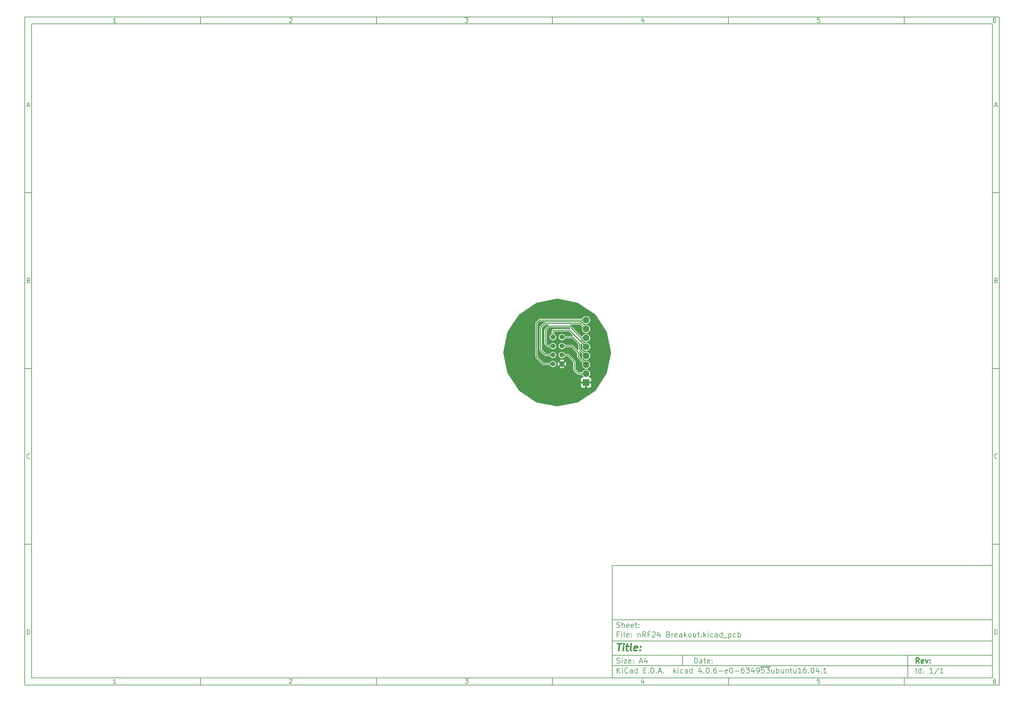
<source format=gtl>
G04 #@! TF.FileFunction,Copper,L1,Top,Signal*
%FSLAX46Y46*%
G04 Gerber Fmt 4.6, Leading zero omitted, Abs format (unit mm)*
G04 Created by KiCad (PCBNEW 4.0.6-e0-6349~53~ubuntu16.04.1) date Wed Jun 21 09:44:30 2017*
%MOMM*%
%LPD*%
G01*
G04 APERTURE LIST*
%ADD10C,0.100000*%
%ADD11C,0.150000*%
%ADD12C,0.300000*%
%ADD13C,0.400000*%
%ADD14R,1.879600X1.879600*%
%ADD15C,1.879600*%
%ADD16C,1.408000*%
%ADD17C,0.250000*%
%ADD18C,0.254000*%
G04 APERTURE END LIST*
D10*
D11*
X177002200Y-166007200D02*
X177002200Y-198007200D01*
X285002200Y-198007200D01*
X285002200Y-166007200D01*
X177002200Y-166007200D01*
D10*
D11*
X10000000Y-10000000D02*
X10000000Y-200007200D01*
X287002200Y-200007200D01*
X287002200Y-10000000D01*
X10000000Y-10000000D01*
D10*
D11*
X12000000Y-12000000D02*
X12000000Y-198007200D01*
X285002200Y-198007200D01*
X285002200Y-12000000D01*
X12000000Y-12000000D01*
D10*
D11*
X60000000Y-12000000D02*
X60000000Y-10000000D01*
D10*
D11*
X110000000Y-12000000D02*
X110000000Y-10000000D01*
D10*
D11*
X160000000Y-12000000D02*
X160000000Y-10000000D01*
D10*
D11*
X210000000Y-12000000D02*
X210000000Y-10000000D01*
D10*
D11*
X260000000Y-12000000D02*
X260000000Y-10000000D01*
D10*
D11*
X35990476Y-11588095D02*
X35247619Y-11588095D01*
X35619048Y-11588095D02*
X35619048Y-10288095D01*
X35495238Y-10473810D01*
X35371429Y-10597619D01*
X35247619Y-10659524D01*
D10*
D11*
X85247619Y-10411905D02*
X85309524Y-10350000D01*
X85433333Y-10288095D01*
X85742857Y-10288095D01*
X85866667Y-10350000D01*
X85928571Y-10411905D01*
X85990476Y-10535714D01*
X85990476Y-10659524D01*
X85928571Y-10845238D01*
X85185714Y-11588095D01*
X85990476Y-11588095D01*
D10*
D11*
X135185714Y-10288095D02*
X135990476Y-10288095D01*
X135557143Y-10783333D01*
X135742857Y-10783333D01*
X135866667Y-10845238D01*
X135928571Y-10907143D01*
X135990476Y-11030952D01*
X135990476Y-11340476D01*
X135928571Y-11464286D01*
X135866667Y-11526190D01*
X135742857Y-11588095D01*
X135371429Y-11588095D01*
X135247619Y-11526190D01*
X135185714Y-11464286D01*
D10*
D11*
X185866667Y-10721429D02*
X185866667Y-11588095D01*
X185557143Y-10226190D02*
X185247619Y-11154762D01*
X186052381Y-11154762D01*
D10*
D11*
X235928571Y-10288095D02*
X235309524Y-10288095D01*
X235247619Y-10907143D01*
X235309524Y-10845238D01*
X235433333Y-10783333D01*
X235742857Y-10783333D01*
X235866667Y-10845238D01*
X235928571Y-10907143D01*
X235990476Y-11030952D01*
X235990476Y-11340476D01*
X235928571Y-11464286D01*
X235866667Y-11526190D01*
X235742857Y-11588095D01*
X235433333Y-11588095D01*
X235309524Y-11526190D01*
X235247619Y-11464286D01*
D10*
D11*
X285866667Y-10288095D02*
X285619048Y-10288095D01*
X285495238Y-10350000D01*
X285433333Y-10411905D01*
X285309524Y-10597619D01*
X285247619Y-10845238D01*
X285247619Y-11340476D01*
X285309524Y-11464286D01*
X285371429Y-11526190D01*
X285495238Y-11588095D01*
X285742857Y-11588095D01*
X285866667Y-11526190D01*
X285928571Y-11464286D01*
X285990476Y-11340476D01*
X285990476Y-11030952D01*
X285928571Y-10907143D01*
X285866667Y-10845238D01*
X285742857Y-10783333D01*
X285495238Y-10783333D01*
X285371429Y-10845238D01*
X285309524Y-10907143D01*
X285247619Y-11030952D01*
D10*
D11*
X60000000Y-198007200D02*
X60000000Y-200007200D01*
D10*
D11*
X110000000Y-198007200D02*
X110000000Y-200007200D01*
D10*
D11*
X160000000Y-198007200D02*
X160000000Y-200007200D01*
D10*
D11*
X210000000Y-198007200D02*
X210000000Y-200007200D01*
D10*
D11*
X260000000Y-198007200D02*
X260000000Y-200007200D01*
D10*
D11*
X35990476Y-199595295D02*
X35247619Y-199595295D01*
X35619048Y-199595295D02*
X35619048Y-198295295D01*
X35495238Y-198481010D01*
X35371429Y-198604819D01*
X35247619Y-198666724D01*
D10*
D11*
X85247619Y-198419105D02*
X85309524Y-198357200D01*
X85433333Y-198295295D01*
X85742857Y-198295295D01*
X85866667Y-198357200D01*
X85928571Y-198419105D01*
X85990476Y-198542914D01*
X85990476Y-198666724D01*
X85928571Y-198852438D01*
X85185714Y-199595295D01*
X85990476Y-199595295D01*
D10*
D11*
X135185714Y-198295295D02*
X135990476Y-198295295D01*
X135557143Y-198790533D01*
X135742857Y-198790533D01*
X135866667Y-198852438D01*
X135928571Y-198914343D01*
X135990476Y-199038152D01*
X135990476Y-199347676D01*
X135928571Y-199471486D01*
X135866667Y-199533390D01*
X135742857Y-199595295D01*
X135371429Y-199595295D01*
X135247619Y-199533390D01*
X135185714Y-199471486D01*
D10*
D11*
X185866667Y-198728629D02*
X185866667Y-199595295D01*
X185557143Y-198233390D02*
X185247619Y-199161962D01*
X186052381Y-199161962D01*
D10*
D11*
X235928571Y-198295295D02*
X235309524Y-198295295D01*
X235247619Y-198914343D01*
X235309524Y-198852438D01*
X235433333Y-198790533D01*
X235742857Y-198790533D01*
X235866667Y-198852438D01*
X235928571Y-198914343D01*
X235990476Y-199038152D01*
X235990476Y-199347676D01*
X235928571Y-199471486D01*
X235866667Y-199533390D01*
X235742857Y-199595295D01*
X235433333Y-199595295D01*
X235309524Y-199533390D01*
X235247619Y-199471486D01*
D10*
D11*
X285866667Y-198295295D02*
X285619048Y-198295295D01*
X285495238Y-198357200D01*
X285433333Y-198419105D01*
X285309524Y-198604819D01*
X285247619Y-198852438D01*
X285247619Y-199347676D01*
X285309524Y-199471486D01*
X285371429Y-199533390D01*
X285495238Y-199595295D01*
X285742857Y-199595295D01*
X285866667Y-199533390D01*
X285928571Y-199471486D01*
X285990476Y-199347676D01*
X285990476Y-199038152D01*
X285928571Y-198914343D01*
X285866667Y-198852438D01*
X285742857Y-198790533D01*
X285495238Y-198790533D01*
X285371429Y-198852438D01*
X285309524Y-198914343D01*
X285247619Y-199038152D01*
D10*
D11*
X10000000Y-60000000D02*
X12000000Y-60000000D01*
D10*
D11*
X10000000Y-110000000D02*
X12000000Y-110000000D01*
D10*
D11*
X10000000Y-160000000D02*
X12000000Y-160000000D01*
D10*
D11*
X10690476Y-35216667D02*
X11309524Y-35216667D01*
X10566667Y-35588095D02*
X11000000Y-34288095D01*
X11433333Y-35588095D01*
D10*
D11*
X11092857Y-84907143D02*
X11278571Y-84969048D01*
X11340476Y-85030952D01*
X11402381Y-85154762D01*
X11402381Y-85340476D01*
X11340476Y-85464286D01*
X11278571Y-85526190D01*
X11154762Y-85588095D01*
X10659524Y-85588095D01*
X10659524Y-84288095D01*
X11092857Y-84288095D01*
X11216667Y-84350000D01*
X11278571Y-84411905D01*
X11340476Y-84535714D01*
X11340476Y-84659524D01*
X11278571Y-84783333D01*
X11216667Y-84845238D01*
X11092857Y-84907143D01*
X10659524Y-84907143D01*
D10*
D11*
X11402381Y-135464286D02*
X11340476Y-135526190D01*
X11154762Y-135588095D01*
X11030952Y-135588095D01*
X10845238Y-135526190D01*
X10721429Y-135402381D01*
X10659524Y-135278571D01*
X10597619Y-135030952D01*
X10597619Y-134845238D01*
X10659524Y-134597619D01*
X10721429Y-134473810D01*
X10845238Y-134350000D01*
X11030952Y-134288095D01*
X11154762Y-134288095D01*
X11340476Y-134350000D01*
X11402381Y-134411905D01*
D10*
D11*
X10659524Y-185588095D02*
X10659524Y-184288095D01*
X10969048Y-184288095D01*
X11154762Y-184350000D01*
X11278571Y-184473810D01*
X11340476Y-184597619D01*
X11402381Y-184845238D01*
X11402381Y-185030952D01*
X11340476Y-185278571D01*
X11278571Y-185402381D01*
X11154762Y-185526190D01*
X10969048Y-185588095D01*
X10659524Y-185588095D01*
D10*
D11*
X287002200Y-60000000D02*
X285002200Y-60000000D01*
D10*
D11*
X287002200Y-110000000D02*
X285002200Y-110000000D01*
D10*
D11*
X287002200Y-160000000D02*
X285002200Y-160000000D01*
D10*
D11*
X285692676Y-35216667D02*
X286311724Y-35216667D01*
X285568867Y-35588095D02*
X286002200Y-34288095D01*
X286435533Y-35588095D01*
D10*
D11*
X286095057Y-84907143D02*
X286280771Y-84969048D01*
X286342676Y-85030952D01*
X286404581Y-85154762D01*
X286404581Y-85340476D01*
X286342676Y-85464286D01*
X286280771Y-85526190D01*
X286156962Y-85588095D01*
X285661724Y-85588095D01*
X285661724Y-84288095D01*
X286095057Y-84288095D01*
X286218867Y-84350000D01*
X286280771Y-84411905D01*
X286342676Y-84535714D01*
X286342676Y-84659524D01*
X286280771Y-84783333D01*
X286218867Y-84845238D01*
X286095057Y-84907143D01*
X285661724Y-84907143D01*
D10*
D11*
X286404581Y-135464286D02*
X286342676Y-135526190D01*
X286156962Y-135588095D01*
X286033152Y-135588095D01*
X285847438Y-135526190D01*
X285723629Y-135402381D01*
X285661724Y-135278571D01*
X285599819Y-135030952D01*
X285599819Y-134845238D01*
X285661724Y-134597619D01*
X285723629Y-134473810D01*
X285847438Y-134350000D01*
X286033152Y-134288095D01*
X286156962Y-134288095D01*
X286342676Y-134350000D01*
X286404581Y-134411905D01*
D10*
D11*
X285661724Y-185588095D02*
X285661724Y-184288095D01*
X285971248Y-184288095D01*
X286156962Y-184350000D01*
X286280771Y-184473810D01*
X286342676Y-184597619D01*
X286404581Y-184845238D01*
X286404581Y-185030952D01*
X286342676Y-185278571D01*
X286280771Y-185402381D01*
X286156962Y-185526190D01*
X285971248Y-185588095D01*
X285661724Y-185588095D01*
D10*
D11*
X200359343Y-193785771D02*
X200359343Y-192285771D01*
X200716486Y-192285771D01*
X200930771Y-192357200D01*
X201073629Y-192500057D01*
X201145057Y-192642914D01*
X201216486Y-192928629D01*
X201216486Y-193142914D01*
X201145057Y-193428629D01*
X201073629Y-193571486D01*
X200930771Y-193714343D01*
X200716486Y-193785771D01*
X200359343Y-193785771D01*
X202502200Y-193785771D02*
X202502200Y-193000057D01*
X202430771Y-192857200D01*
X202287914Y-192785771D01*
X202002200Y-192785771D01*
X201859343Y-192857200D01*
X202502200Y-193714343D02*
X202359343Y-193785771D01*
X202002200Y-193785771D01*
X201859343Y-193714343D01*
X201787914Y-193571486D01*
X201787914Y-193428629D01*
X201859343Y-193285771D01*
X202002200Y-193214343D01*
X202359343Y-193214343D01*
X202502200Y-193142914D01*
X203002200Y-192785771D02*
X203573629Y-192785771D01*
X203216486Y-192285771D02*
X203216486Y-193571486D01*
X203287914Y-193714343D01*
X203430772Y-193785771D01*
X203573629Y-193785771D01*
X204645057Y-193714343D02*
X204502200Y-193785771D01*
X204216486Y-193785771D01*
X204073629Y-193714343D01*
X204002200Y-193571486D01*
X204002200Y-193000057D01*
X204073629Y-192857200D01*
X204216486Y-192785771D01*
X204502200Y-192785771D01*
X204645057Y-192857200D01*
X204716486Y-193000057D01*
X204716486Y-193142914D01*
X204002200Y-193285771D01*
X205359343Y-193642914D02*
X205430771Y-193714343D01*
X205359343Y-193785771D01*
X205287914Y-193714343D01*
X205359343Y-193642914D01*
X205359343Y-193785771D01*
X205359343Y-192857200D02*
X205430771Y-192928629D01*
X205359343Y-193000057D01*
X205287914Y-192928629D01*
X205359343Y-192857200D01*
X205359343Y-193000057D01*
D10*
D11*
X177002200Y-194507200D02*
X285002200Y-194507200D01*
D10*
D11*
X178359343Y-196585771D02*
X178359343Y-195085771D01*
X179216486Y-196585771D02*
X178573629Y-195728629D01*
X179216486Y-195085771D02*
X178359343Y-195942914D01*
X179859343Y-196585771D02*
X179859343Y-195585771D01*
X179859343Y-195085771D02*
X179787914Y-195157200D01*
X179859343Y-195228629D01*
X179930771Y-195157200D01*
X179859343Y-195085771D01*
X179859343Y-195228629D01*
X181430772Y-196442914D02*
X181359343Y-196514343D01*
X181145057Y-196585771D01*
X181002200Y-196585771D01*
X180787915Y-196514343D01*
X180645057Y-196371486D01*
X180573629Y-196228629D01*
X180502200Y-195942914D01*
X180502200Y-195728629D01*
X180573629Y-195442914D01*
X180645057Y-195300057D01*
X180787915Y-195157200D01*
X181002200Y-195085771D01*
X181145057Y-195085771D01*
X181359343Y-195157200D01*
X181430772Y-195228629D01*
X182716486Y-196585771D02*
X182716486Y-195800057D01*
X182645057Y-195657200D01*
X182502200Y-195585771D01*
X182216486Y-195585771D01*
X182073629Y-195657200D01*
X182716486Y-196514343D02*
X182573629Y-196585771D01*
X182216486Y-196585771D01*
X182073629Y-196514343D01*
X182002200Y-196371486D01*
X182002200Y-196228629D01*
X182073629Y-196085771D01*
X182216486Y-196014343D01*
X182573629Y-196014343D01*
X182716486Y-195942914D01*
X184073629Y-196585771D02*
X184073629Y-195085771D01*
X184073629Y-196514343D02*
X183930772Y-196585771D01*
X183645058Y-196585771D01*
X183502200Y-196514343D01*
X183430772Y-196442914D01*
X183359343Y-196300057D01*
X183359343Y-195871486D01*
X183430772Y-195728629D01*
X183502200Y-195657200D01*
X183645058Y-195585771D01*
X183930772Y-195585771D01*
X184073629Y-195657200D01*
X185930772Y-195800057D02*
X186430772Y-195800057D01*
X186645058Y-196585771D02*
X185930772Y-196585771D01*
X185930772Y-195085771D01*
X186645058Y-195085771D01*
X187287915Y-196442914D02*
X187359343Y-196514343D01*
X187287915Y-196585771D01*
X187216486Y-196514343D01*
X187287915Y-196442914D01*
X187287915Y-196585771D01*
X188002201Y-196585771D02*
X188002201Y-195085771D01*
X188359344Y-195085771D01*
X188573629Y-195157200D01*
X188716487Y-195300057D01*
X188787915Y-195442914D01*
X188859344Y-195728629D01*
X188859344Y-195942914D01*
X188787915Y-196228629D01*
X188716487Y-196371486D01*
X188573629Y-196514343D01*
X188359344Y-196585771D01*
X188002201Y-196585771D01*
X189502201Y-196442914D02*
X189573629Y-196514343D01*
X189502201Y-196585771D01*
X189430772Y-196514343D01*
X189502201Y-196442914D01*
X189502201Y-196585771D01*
X190145058Y-196157200D02*
X190859344Y-196157200D01*
X190002201Y-196585771D02*
X190502201Y-195085771D01*
X191002201Y-196585771D01*
X191502201Y-196442914D02*
X191573629Y-196514343D01*
X191502201Y-196585771D01*
X191430772Y-196514343D01*
X191502201Y-196442914D01*
X191502201Y-196585771D01*
X194502201Y-196585771D02*
X194502201Y-195085771D01*
X194645058Y-196014343D02*
X195073629Y-196585771D01*
X195073629Y-195585771D02*
X194502201Y-196157200D01*
X195716487Y-196585771D02*
X195716487Y-195585771D01*
X195716487Y-195085771D02*
X195645058Y-195157200D01*
X195716487Y-195228629D01*
X195787915Y-195157200D01*
X195716487Y-195085771D01*
X195716487Y-195228629D01*
X197073630Y-196514343D02*
X196930773Y-196585771D01*
X196645059Y-196585771D01*
X196502201Y-196514343D01*
X196430773Y-196442914D01*
X196359344Y-196300057D01*
X196359344Y-195871486D01*
X196430773Y-195728629D01*
X196502201Y-195657200D01*
X196645059Y-195585771D01*
X196930773Y-195585771D01*
X197073630Y-195657200D01*
X198359344Y-196585771D02*
X198359344Y-195800057D01*
X198287915Y-195657200D01*
X198145058Y-195585771D01*
X197859344Y-195585771D01*
X197716487Y-195657200D01*
X198359344Y-196514343D02*
X198216487Y-196585771D01*
X197859344Y-196585771D01*
X197716487Y-196514343D01*
X197645058Y-196371486D01*
X197645058Y-196228629D01*
X197716487Y-196085771D01*
X197859344Y-196014343D01*
X198216487Y-196014343D01*
X198359344Y-195942914D01*
X199716487Y-196585771D02*
X199716487Y-195085771D01*
X199716487Y-196514343D02*
X199573630Y-196585771D01*
X199287916Y-196585771D01*
X199145058Y-196514343D01*
X199073630Y-196442914D01*
X199002201Y-196300057D01*
X199002201Y-195871486D01*
X199073630Y-195728629D01*
X199145058Y-195657200D01*
X199287916Y-195585771D01*
X199573630Y-195585771D01*
X199716487Y-195657200D01*
X202216487Y-195585771D02*
X202216487Y-196585771D01*
X201859344Y-195014343D02*
X201502201Y-196085771D01*
X202430773Y-196085771D01*
X203002201Y-196442914D02*
X203073629Y-196514343D01*
X203002201Y-196585771D01*
X202930772Y-196514343D01*
X203002201Y-196442914D01*
X203002201Y-196585771D01*
X204002201Y-195085771D02*
X204145058Y-195085771D01*
X204287915Y-195157200D01*
X204359344Y-195228629D01*
X204430773Y-195371486D01*
X204502201Y-195657200D01*
X204502201Y-196014343D01*
X204430773Y-196300057D01*
X204359344Y-196442914D01*
X204287915Y-196514343D01*
X204145058Y-196585771D01*
X204002201Y-196585771D01*
X203859344Y-196514343D01*
X203787915Y-196442914D01*
X203716487Y-196300057D01*
X203645058Y-196014343D01*
X203645058Y-195657200D01*
X203716487Y-195371486D01*
X203787915Y-195228629D01*
X203859344Y-195157200D01*
X204002201Y-195085771D01*
X205145058Y-196442914D02*
X205216486Y-196514343D01*
X205145058Y-196585771D01*
X205073629Y-196514343D01*
X205145058Y-196442914D01*
X205145058Y-196585771D01*
X206502201Y-195085771D02*
X206216487Y-195085771D01*
X206073630Y-195157200D01*
X206002201Y-195228629D01*
X205859344Y-195442914D01*
X205787915Y-195728629D01*
X205787915Y-196300057D01*
X205859344Y-196442914D01*
X205930772Y-196514343D01*
X206073630Y-196585771D01*
X206359344Y-196585771D01*
X206502201Y-196514343D01*
X206573630Y-196442914D01*
X206645058Y-196300057D01*
X206645058Y-195942914D01*
X206573630Y-195800057D01*
X206502201Y-195728629D01*
X206359344Y-195657200D01*
X206073630Y-195657200D01*
X205930772Y-195728629D01*
X205859344Y-195800057D01*
X205787915Y-195942914D01*
X207287915Y-196014343D02*
X208430772Y-196014343D01*
X209716486Y-196514343D02*
X209573629Y-196585771D01*
X209287915Y-196585771D01*
X209145058Y-196514343D01*
X209073629Y-196371486D01*
X209073629Y-195800057D01*
X209145058Y-195657200D01*
X209287915Y-195585771D01*
X209573629Y-195585771D01*
X209716486Y-195657200D01*
X209787915Y-195800057D01*
X209787915Y-195942914D01*
X209073629Y-196085771D01*
X210716486Y-195085771D02*
X210859343Y-195085771D01*
X211002200Y-195157200D01*
X211073629Y-195228629D01*
X211145058Y-195371486D01*
X211216486Y-195657200D01*
X211216486Y-196014343D01*
X211145058Y-196300057D01*
X211073629Y-196442914D01*
X211002200Y-196514343D01*
X210859343Y-196585771D01*
X210716486Y-196585771D01*
X210573629Y-196514343D01*
X210502200Y-196442914D01*
X210430772Y-196300057D01*
X210359343Y-196014343D01*
X210359343Y-195657200D01*
X210430772Y-195371486D01*
X210502200Y-195228629D01*
X210573629Y-195157200D01*
X210716486Y-195085771D01*
X211859343Y-196014343D02*
X213002200Y-196014343D01*
X214359343Y-195085771D02*
X214073629Y-195085771D01*
X213930772Y-195157200D01*
X213859343Y-195228629D01*
X213716486Y-195442914D01*
X213645057Y-195728629D01*
X213645057Y-196300057D01*
X213716486Y-196442914D01*
X213787914Y-196514343D01*
X213930772Y-196585771D01*
X214216486Y-196585771D01*
X214359343Y-196514343D01*
X214430772Y-196442914D01*
X214502200Y-196300057D01*
X214502200Y-195942914D01*
X214430772Y-195800057D01*
X214359343Y-195728629D01*
X214216486Y-195657200D01*
X213930772Y-195657200D01*
X213787914Y-195728629D01*
X213716486Y-195800057D01*
X213645057Y-195942914D01*
X215002200Y-195085771D02*
X215930771Y-195085771D01*
X215430771Y-195657200D01*
X215645057Y-195657200D01*
X215787914Y-195728629D01*
X215859343Y-195800057D01*
X215930771Y-195942914D01*
X215930771Y-196300057D01*
X215859343Y-196442914D01*
X215787914Y-196514343D01*
X215645057Y-196585771D01*
X215216485Y-196585771D01*
X215073628Y-196514343D01*
X215002200Y-196442914D01*
X217216485Y-195585771D02*
X217216485Y-196585771D01*
X216859342Y-195014343D02*
X216502199Y-196085771D01*
X217430771Y-196085771D01*
X218073627Y-196585771D02*
X218359342Y-196585771D01*
X218502199Y-196514343D01*
X218573627Y-196442914D01*
X218716485Y-196228629D01*
X218787913Y-195942914D01*
X218787913Y-195371486D01*
X218716485Y-195228629D01*
X218645056Y-195157200D01*
X218502199Y-195085771D01*
X218216485Y-195085771D01*
X218073627Y-195157200D01*
X218002199Y-195228629D01*
X217930770Y-195371486D01*
X217930770Y-195728629D01*
X218002199Y-195871486D01*
X218073627Y-195942914D01*
X218216485Y-196014343D01*
X218502199Y-196014343D01*
X218645056Y-195942914D01*
X218716485Y-195871486D01*
X218787913Y-195728629D01*
X220145056Y-195085771D02*
X219430770Y-195085771D01*
X219359341Y-195800057D01*
X219430770Y-195728629D01*
X219573627Y-195657200D01*
X219930770Y-195657200D01*
X220073627Y-195728629D01*
X220145056Y-195800057D01*
X220216484Y-195942914D01*
X220216484Y-196300057D01*
X220145056Y-196442914D01*
X220073627Y-196514343D01*
X219930770Y-196585771D01*
X219573627Y-196585771D01*
X219430770Y-196514343D01*
X219359341Y-196442914D01*
X220716484Y-195085771D02*
X221645055Y-195085771D01*
X221145055Y-195657200D01*
X221359341Y-195657200D01*
X221502198Y-195728629D01*
X221573627Y-195800057D01*
X221645055Y-195942914D01*
X221645055Y-196300057D01*
X221573627Y-196442914D01*
X221502198Y-196514343D01*
X221359341Y-196585771D01*
X220930769Y-196585771D01*
X220787912Y-196514343D01*
X220716484Y-196442914D01*
X219073627Y-194827200D02*
X221930769Y-194827200D01*
X222930769Y-195585771D02*
X222930769Y-196585771D01*
X222287912Y-195585771D02*
X222287912Y-196371486D01*
X222359340Y-196514343D01*
X222502198Y-196585771D01*
X222716483Y-196585771D01*
X222859340Y-196514343D01*
X222930769Y-196442914D01*
X223645055Y-196585771D02*
X223645055Y-195085771D01*
X223645055Y-195657200D02*
X223787912Y-195585771D01*
X224073626Y-195585771D01*
X224216483Y-195657200D01*
X224287912Y-195728629D01*
X224359341Y-195871486D01*
X224359341Y-196300057D01*
X224287912Y-196442914D01*
X224216483Y-196514343D01*
X224073626Y-196585771D01*
X223787912Y-196585771D01*
X223645055Y-196514343D01*
X225645055Y-195585771D02*
X225645055Y-196585771D01*
X225002198Y-195585771D02*
X225002198Y-196371486D01*
X225073626Y-196514343D01*
X225216484Y-196585771D01*
X225430769Y-196585771D01*
X225573626Y-196514343D01*
X225645055Y-196442914D01*
X226359341Y-195585771D02*
X226359341Y-196585771D01*
X226359341Y-195728629D02*
X226430769Y-195657200D01*
X226573627Y-195585771D01*
X226787912Y-195585771D01*
X226930769Y-195657200D01*
X227002198Y-195800057D01*
X227002198Y-196585771D01*
X227502198Y-195585771D02*
X228073627Y-195585771D01*
X227716484Y-195085771D02*
X227716484Y-196371486D01*
X227787912Y-196514343D01*
X227930770Y-196585771D01*
X228073627Y-196585771D01*
X229216484Y-195585771D02*
X229216484Y-196585771D01*
X228573627Y-195585771D02*
X228573627Y-196371486D01*
X228645055Y-196514343D01*
X228787913Y-196585771D01*
X229002198Y-196585771D01*
X229145055Y-196514343D01*
X229216484Y-196442914D01*
X230716484Y-196585771D02*
X229859341Y-196585771D01*
X230287913Y-196585771D02*
X230287913Y-195085771D01*
X230145056Y-195300057D01*
X230002198Y-195442914D01*
X229859341Y-195514343D01*
X232002198Y-195085771D02*
X231716484Y-195085771D01*
X231573627Y-195157200D01*
X231502198Y-195228629D01*
X231359341Y-195442914D01*
X231287912Y-195728629D01*
X231287912Y-196300057D01*
X231359341Y-196442914D01*
X231430769Y-196514343D01*
X231573627Y-196585771D01*
X231859341Y-196585771D01*
X232002198Y-196514343D01*
X232073627Y-196442914D01*
X232145055Y-196300057D01*
X232145055Y-195942914D01*
X232073627Y-195800057D01*
X232002198Y-195728629D01*
X231859341Y-195657200D01*
X231573627Y-195657200D01*
X231430769Y-195728629D01*
X231359341Y-195800057D01*
X231287912Y-195942914D01*
X232787912Y-196442914D02*
X232859340Y-196514343D01*
X232787912Y-196585771D01*
X232716483Y-196514343D01*
X232787912Y-196442914D01*
X232787912Y-196585771D01*
X233787912Y-195085771D02*
X233930769Y-195085771D01*
X234073626Y-195157200D01*
X234145055Y-195228629D01*
X234216484Y-195371486D01*
X234287912Y-195657200D01*
X234287912Y-196014343D01*
X234216484Y-196300057D01*
X234145055Y-196442914D01*
X234073626Y-196514343D01*
X233930769Y-196585771D01*
X233787912Y-196585771D01*
X233645055Y-196514343D01*
X233573626Y-196442914D01*
X233502198Y-196300057D01*
X233430769Y-196014343D01*
X233430769Y-195657200D01*
X233502198Y-195371486D01*
X233573626Y-195228629D01*
X233645055Y-195157200D01*
X233787912Y-195085771D01*
X235573626Y-195585771D02*
X235573626Y-196585771D01*
X235216483Y-195014343D02*
X234859340Y-196085771D01*
X235787912Y-196085771D01*
X236359340Y-196442914D02*
X236430768Y-196514343D01*
X236359340Y-196585771D01*
X236287911Y-196514343D01*
X236359340Y-196442914D01*
X236359340Y-196585771D01*
X237859340Y-196585771D02*
X237002197Y-196585771D01*
X237430769Y-196585771D02*
X237430769Y-195085771D01*
X237287912Y-195300057D01*
X237145054Y-195442914D01*
X237002197Y-195514343D01*
D10*
D11*
X177002200Y-191507200D02*
X285002200Y-191507200D01*
D10*
D12*
X264216486Y-193785771D02*
X263716486Y-193071486D01*
X263359343Y-193785771D02*
X263359343Y-192285771D01*
X263930771Y-192285771D01*
X264073629Y-192357200D01*
X264145057Y-192428629D01*
X264216486Y-192571486D01*
X264216486Y-192785771D01*
X264145057Y-192928629D01*
X264073629Y-193000057D01*
X263930771Y-193071486D01*
X263359343Y-193071486D01*
X265430771Y-193714343D02*
X265287914Y-193785771D01*
X265002200Y-193785771D01*
X264859343Y-193714343D01*
X264787914Y-193571486D01*
X264787914Y-193000057D01*
X264859343Y-192857200D01*
X265002200Y-192785771D01*
X265287914Y-192785771D01*
X265430771Y-192857200D01*
X265502200Y-193000057D01*
X265502200Y-193142914D01*
X264787914Y-193285771D01*
X266002200Y-192785771D02*
X266359343Y-193785771D01*
X266716485Y-192785771D01*
X267287914Y-193642914D02*
X267359342Y-193714343D01*
X267287914Y-193785771D01*
X267216485Y-193714343D01*
X267287914Y-193642914D01*
X267287914Y-193785771D01*
X267287914Y-192857200D02*
X267359342Y-192928629D01*
X267287914Y-193000057D01*
X267216485Y-192928629D01*
X267287914Y-192857200D01*
X267287914Y-193000057D01*
D10*
D11*
X178287914Y-193714343D02*
X178502200Y-193785771D01*
X178859343Y-193785771D01*
X179002200Y-193714343D01*
X179073629Y-193642914D01*
X179145057Y-193500057D01*
X179145057Y-193357200D01*
X179073629Y-193214343D01*
X179002200Y-193142914D01*
X178859343Y-193071486D01*
X178573629Y-193000057D01*
X178430771Y-192928629D01*
X178359343Y-192857200D01*
X178287914Y-192714343D01*
X178287914Y-192571486D01*
X178359343Y-192428629D01*
X178430771Y-192357200D01*
X178573629Y-192285771D01*
X178930771Y-192285771D01*
X179145057Y-192357200D01*
X179787914Y-193785771D02*
X179787914Y-192785771D01*
X179787914Y-192285771D02*
X179716485Y-192357200D01*
X179787914Y-192428629D01*
X179859342Y-192357200D01*
X179787914Y-192285771D01*
X179787914Y-192428629D01*
X180359343Y-192785771D02*
X181145057Y-192785771D01*
X180359343Y-193785771D01*
X181145057Y-193785771D01*
X182287914Y-193714343D02*
X182145057Y-193785771D01*
X181859343Y-193785771D01*
X181716486Y-193714343D01*
X181645057Y-193571486D01*
X181645057Y-193000057D01*
X181716486Y-192857200D01*
X181859343Y-192785771D01*
X182145057Y-192785771D01*
X182287914Y-192857200D01*
X182359343Y-193000057D01*
X182359343Y-193142914D01*
X181645057Y-193285771D01*
X183002200Y-193642914D02*
X183073628Y-193714343D01*
X183002200Y-193785771D01*
X182930771Y-193714343D01*
X183002200Y-193642914D01*
X183002200Y-193785771D01*
X183002200Y-192857200D02*
X183073628Y-192928629D01*
X183002200Y-193000057D01*
X182930771Y-192928629D01*
X183002200Y-192857200D01*
X183002200Y-193000057D01*
X184787914Y-193357200D02*
X185502200Y-193357200D01*
X184645057Y-193785771D02*
X185145057Y-192285771D01*
X185645057Y-193785771D01*
X186787914Y-192785771D02*
X186787914Y-193785771D01*
X186430771Y-192214343D02*
X186073628Y-193285771D01*
X187002200Y-193285771D01*
D10*
D11*
X263359343Y-196585771D02*
X263359343Y-195085771D01*
X264716486Y-196585771D02*
X264716486Y-195085771D01*
X264716486Y-196514343D02*
X264573629Y-196585771D01*
X264287915Y-196585771D01*
X264145057Y-196514343D01*
X264073629Y-196442914D01*
X264002200Y-196300057D01*
X264002200Y-195871486D01*
X264073629Y-195728629D01*
X264145057Y-195657200D01*
X264287915Y-195585771D01*
X264573629Y-195585771D01*
X264716486Y-195657200D01*
X265430772Y-196442914D02*
X265502200Y-196514343D01*
X265430772Y-196585771D01*
X265359343Y-196514343D01*
X265430772Y-196442914D01*
X265430772Y-196585771D01*
X265430772Y-195657200D02*
X265502200Y-195728629D01*
X265430772Y-195800057D01*
X265359343Y-195728629D01*
X265430772Y-195657200D01*
X265430772Y-195800057D01*
X268073629Y-196585771D02*
X267216486Y-196585771D01*
X267645058Y-196585771D02*
X267645058Y-195085771D01*
X267502201Y-195300057D01*
X267359343Y-195442914D01*
X267216486Y-195514343D01*
X269787914Y-195014343D02*
X268502200Y-196942914D01*
X271073629Y-196585771D02*
X270216486Y-196585771D01*
X270645058Y-196585771D02*
X270645058Y-195085771D01*
X270502201Y-195300057D01*
X270359343Y-195442914D01*
X270216486Y-195514343D01*
D10*
D11*
X177002200Y-187507200D02*
X285002200Y-187507200D01*
D10*
D13*
X178454581Y-188211962D02*
X179597438Y-188211962D01*
X178776010Y-190211962D02*
X179026010Y-188211962D01*
X180014105Y-190211962D02*
X180180771Y-188878629D01*
X180264105Y-188211962D02*
X180156962Y-188307200D01*
X180240295Y-188402438D01*
X180347439Y-188307200D01*
X180264105Y-188211962D01*
X180240295Y-188402438D01*
X180847438Y-188878629D02*
X181609343Y-188878629D01*
X181216486Y-188211962D02*
X181002200Y-189926248D01*
X181073630Y-190116724D01*
X181252201Y-190211962D01*
X181442677Y-190211962D01*
X182395058Y-190211962D02*
X182216487Y-190116724D01*
X182145057Y-189926248D01*
X182359343Y-188211962D01*
X183930772Y-190116724D02*
X183728391Y-190211962D01*
X183347439Y-190211962D01*
X183168867Y-190116724D01*
X183097438Y-189926248D01*
X183192676Y-189164343D01*
X183311724Y-188973867D01*
X183514105Y-188878629D01*
X183895057Y-188878629D01*
X184073629Y-188973867D01*
X184145057Y-189164343D01*
X184121248Y-189354819D01*
X183145057Y-189545295D01*
X184895057Y-190021486D02*
X184978392Y-190116724D01*
X184871248Y-190211962D01*
X184787915Y-190116724D01*
X184895057Y-190021486D01*
X184871248Y-190211962D01*
X185026010Y-188973867D02*
X185109344Y-189069105D01*
X185002200Y-189164343D01*
X184918867Y-189069105D01*
X185026010Y-188973867D01*
X185002200Y-189164343D01*
D10*
D11*
X178859343Y-185600057D02*
X178359343Y-185600057D01*
X178359343Y-186385771D02*
X178359343Y-184885771D01*
X179073629Y-184885771D01*
X179645057Y-186385771D02*
X179645057Y-185385771D01*
X179645057Y-184885771D02*
X179573628Y-184957200D01*
X179645057Y-185028629D01*
X179716485Y-184957200D01*
X179645057Y-184885771D01*
X179645057Y-185028629D01*
X180573629Y-186385771D02*
X180430771Y-186314343D01*
X180359343Y-186171486D01*
X180359343Y-184885771D01*
X181716485Y-186314343D02*
X181573628Y-186385771D01*
X181287914Y-186385771D01*
X181145057Y-186314343D01*
X181073628Y-186171486D01*
X181073628Y-185600057D01*
X181145057Y-185457200D01*
X181287914Y-185385771D01*
X181573628Y-185385771D01*
X181716485Y-185457200D01*
X181787914Y-185600057D01*
X181787914Y-185742914D01*
X181073628Y-185885771D01*
X182430771Y-186242914D02*
X182502199Y-186314343D01*
X182430771Y-186385771D01*
X182359342Y-186314343D01*
X182430771Y-186242914D01*
X182430771Y-186385771D01*
X182430771Y-185457200D02*
X182502199Y-185528629D01*
X182430771Y-185600057D01*
X182359342Y-185528629D01*
X182430771Y-185457200D01*
X182430771Y-185600057D01*
X184287914Y-185385771D02*
X184287914Y-186385771D01*
X184287914Y-185528629D02*
X184359342Y-185457200D01*
X184502200Y-185385771D01*
X184716485Y-185385771D01*
X184859342Y-185457200D01*
X184930771Y-185600057D01*
X184930771Y-186385771D01*
X186502200Y-186385771D02*
X186002200Y-185671486D01*
X185645057Y-186385771D02*
X185645057Y-184885771D01*
X186216485Y-184885771D01*
X186359343Y-184957200D01*
X186430771Y-185028629D01*
X186502200Y-185171486D01*
X186502200Y-185385771D01*
X186430771Y-185528629D01*
X186359343Y-185600057D01*
X186216485Y-185671486D01*
X185645057Y-185671486D01*
X187645057Y-185600057D02*
X187145057Y-185600057D01*
X187145057Y-186385771D02*
X187145057Y-184885771D01*
X187859343Y-184885771D01*
X188359342Y-185028629D02*
X188430771Y-184957200D01*
X188573628Y-184885771D01*
X188930771Y-184885771D01*
X189073628Y-184957200D01*
X189145057Y-185028629D01*
X189216485Y-185171486D01*
X189216485Y-185314343D01*
X189145057Y-185528629D01*
X188287914Y-186385771D01*
X189216485Y-186385771D01*
X190502199Y-185385771D02*
X190502199Y-186385771D01*
X190145056Y-184814343D02*
X189787913Y-185885771D01*
X190716485Y-185885771D01*
X192930770Y-185600057D02*
X193145056Y-185671486D01*
X193216484Y-185742914D01*
X193287913Y-185885771D01*
X193287913Y-186100057D01*
X193216484Y-186242914D01*
X193145056Y-186314343D01*
X193002198Y-186385771D01*
X192430770Y-186385771D01*
X192430770Y-184885771D01*
X192930770Y-184885771D01*
X193073627Y-184957200D01*
X193145056Y-185028629D01*
X193216484Y-185171486D01*
X193216484Y-185314343D01*
X193145056Y-185457200D01*
X193073627Y-185528629D01*
X192930770Y-185600057D01*
X192430770Y-185600057D01*
X193930770Y-186385771D02*
X193930770Y-185385771D01*
X193930770Y-185671486D02*
X194002198Y-185528629D01*
X194073627Y-185457200D01*
X194216484Y-185385771D01*
X194359341Y-185385771D01*
X195430769Y-186314343D02*
X195287912Y-186385771D01*
X195002198Y-186385771D01*
X194859341Y-186314343D01*
X194787912Y-186171486D01*
X194787912Y-185600057D01*
X194859341Y-185457200D01*
X195002198Y-185385771D01*
X195287912Y-185385771D01*
X195430769Y-185457200D01*
X195502198Y-185600057D01*
X195502198Y-185742914D01*
X194787912Y-185885771D01*
X196787912Y-186385771D02*
X196787912Y-185600057D01*
X196716483Y-185457200D01*
X196573626Y-185385771D01*
X196287912Y-185385771D01*
X196145055Y-185457200D01*
X196787912Y-186314343D02*
X196645055Y-186385771D01*
X196287912Y-186385771D01*
X196145055Y-186314343D01*
X196073626Y-186171486D01*
X196073626Y-186028629D01*
X196145055Y-185885771D01*
X196287912Y-185814343D01*
X196645055Y-185814343D01*
X196787912Y-185742914D01*
X197502198Y-186385771D02*
X197502198Y-184885771D01*
X197645055Y-185814343D02*
X198073626Y-186385771D01*
X198073626Y-185385771D02*
X197502198Y-185957200D01*
X198930770Y-186385771D02*
X198787912Y-186314343D01*
X198716484Y-186242914D01*
X198645055Y-186100057D01*
X198645055Y-185671486D01*
X198716484Y-185528629D01*
X198787912Y-185457200D01*
X198930770Y-185385771D01*
X199145055Y-185385771D01*
X199287912Y-185457200D01*
X199359341Y-185528629D01*
X199430770Y-185671486D01*
X199430770Y-186100057D01*
X199359341Y-186242914D01*
X199287912Y-186314343D01*
X199145055Y-186385771D01*
X198930770Y-186385771D01*
X200716484Y-185385771D02*
X200716484Y-186385771D01*
X200073627Y-185385771D02*
X200073627Y-186171486D01*
X200145055Y-186314343D01*
X200287913Y-186385771D01*
X200502198Y-186385771D01*
X200645055Y-186314343D01*
X200716484Y-186242914D01*
X201216484Y-185385771D02*
X201787913Y-185385771D01*
X201430770Y-184885771D02*
X201430770Y-186171486D01*
X201502198Y-186314343D01*
X201645056Y-186385771D01*
X201787913Y-186385771D01*
X202287913Y-186242914D02*
X202359341Y-186314343D01*
X202287913Y-186385771D01*
X202216484Y-186314343D01*
X202287913Y-186242914D01*
X202287913Y-186385771D01*
X203002199Y-186385771D02*
X203002199Y-184885771D01*
X203145056Y-185814343D02*
X203573627Y-186385771D01*
X203573627Y-185385771D02*
X203002199Y-185957200D01*
X204216485Y-186385771D02*
X204216485Y-185385771D01*
X204216485Y-184885771D02*
X204145056Y-184957200D01*
X204216485Y-185028629D01*
X204287913Y-184957200D01*
X204216485Y-184885771D01*
X204216485Y-185028629D01*
X205573628Y-186314343D02*
X205430771Y-186385771D01*
X205145057Y-186385771D01*
X205002199Y-186314343D01*
X204930771Y-186242914D01*
X204859342Y-186100057D01*
X204859342Y-185671486D01*
X204930771Y-185528629D01*
X205002199Y-185457200D01*
X205145057Y-185385771D01*
X205430771Y-185385771D01*
X205573628Y-185457200D01*
X206859342Y-186385771D02*
X206859342Y-185600057D01*
X206787913Y-185457200D01*
X206645056Y-185385771D01*
X206359342Y-185385771D01*
X206216485Y-185457200D01*
X206859342Y-186314343D02*
X206716485Y-186385771D01*
X206359342Y-186385771D01*
X206216485Y-186314343D01*
X206145056Y-186171486D01*
X206145056Y-186028629D01*
X206216485Y-185885771D01*
X206359342Y-185814343D01*
X206716485Y-185814343D01*
X206859342Y-185742914D01*
X208216485Y-186385771D02*
X208216485Y-184885771D01*
X208216485Y-186314343D02*
X208073628Y-186385771D01*
X207787914Y-186385771D01*
X207645056Y-186314343D01*
X207573628Y-186242914D01*
X207502199Y-186100057D01*
X207502199Y-185671486D01*
X207573628Y-185528629D01*
X207645056Y-185457200D01*
X207787914Y-185385771D01*
X208073628Y-185385771D01*
X208216485Y-185457200D01*
X208573628Y-186528629D02*
X209716485Y-186528629D01*
X210073628Y-185385771D02*
X210073628Y-186885771D01*
X210073628Y-185457200D02*
X210216485Y-185385771D01*
X210502199Y-185385771D01*
X210645056Y-185457200D01*
X210716485Y-185528629D01*
X210787914Y-185671486D01*
X210787914Y-186100057D01*
X210716485Y-186242914D01*
X210645056Y-186314343D01*
X210502199Y-186385771D01*
X210216485Y-186385771D01*
X210073628Y-186314343D01*
X212073628Y-186314343D02*
X211930771Y-186385771D01*
X211645057Y-186385771D01*
X211502199Y-186314343D01*
X211430771Y-186242914D01*
X211359342Y-186100057D01*
X211359342Y-185671486D01*
X211430771Y-185528629D01*
X211502199Y-185457200D01*
X211645057Y-185385771D01*
X211930771Y-185385771D01*
X212073628Y-185457200D01*
X212716485Y-186385771D02*
X212716485Y-184885771D01*
X212716485Y-185457200D02*
X212859342Y-185385771D01*
X213145056Y-185385771D01*
X213287913Y-185457200D01*
X213359342Y-185528629D01*
X213430771Y-185671486D01*
X213430771Y-186100057D01*
X213359342Y-186242914D01*
X213287913Y-186314343D01*
X213145056Y-186385771D01*
X212859342Y-186385771D01*
X212716485Y-186314343D01*
D10*
D11*
X177002200Y-181507200D02*
X285002200Y-181507200D01*
D10*
D11*
X178287914Y-183614343D02*
X178502200Y-183685771D01*
X178859343Y-183685771D01*
X179002200Y-183614343D01*
X179073629Y-183542914D01*
X179145057Y-183400057D01*
X179145057Y-183257200D01*
X179073629Y-183114343D01*
X179002200Y-183042914D01*
X178859343Y-182971486D01*
X178573629Y-182900057D01*
X178430771Y-182828629D01*
X178359343Y-182757200D01*
X178287914Y-182614343D01*
X178287914Y-182471486D01*
X178359343Y-182328629D01*
X178430771Y-182257200D01*
X178573629Y-182185771D01*
X178930771Y-182185771D01*
X179145057Y-182257200D01*
X179787914Y-183685771D02*
X179787914Y-182185771D01*
X180430771Y-183685771D02*
X180430771Y-182900057D01*
X180359342Y-182757200D01*
X180216485Y-182685771D01*
X180002200Y-182685771D01*
X179859342Y-182757200D01*
X179787914Y-182828629D01*
X181716485Y-183614343D02*
X181573628Y-183685771D01*
X181287914Y-183685771D01*
X181145057Y-183614343D01*
X181073628Y-183471486D01*
X181073628Y-182900057D01*
X181145057Y-182757200D01*
X181287914Y-182685771D01*
X181573628Y-182685771D01*
X181716485Y-182757200D01*
X181787914Y-182900057D01*
X181787914Y-183042914D01*
X181073628Y-183185771D01*
X183002199Y-183614343D02*
X182859342Y-183685771D01*
X182573628Y-183685771D01*
X182430771Y-183614343D01*
X182359342Y-183471486D01*
X182359342Y-182900057D01*
X182430771Y-182757200D01*
X182573628Y-182685771D01*
X182859342Y-182685771D01*
X183002199Y-182757200D01*
X183073628Y-182900057D01*
X183073628Y-183042914D01*
X182359342Y-183185771D01*
X183502199Y-182685771D02*
X184073628Y-182685771D01*
X183716485Y-182185771D02*
X183716485Y-183471486D01*
X183787913Y-183614343D01*
X183930771Y-183685771D01*
X184073628Y-183685771D01*
X184573628Y-183542914D02*
X184645056Y-183614343D01*
X184573628Y-183685771D01*
X184502199Y-183614343D01*
X184573628Y-183542914D01*
X184573628Y-183685771D01*
X184573628Y-182757200D02*
X184645056Y-182828629D01*
X184573628Y-182900057D01*
X184502199Y-182828629D01*
X184573628Y-182757200D01*
X184573628Y-182900057D01*
D10*
D11*
X197002200Y-191507200D02*
X197002200Y-194507200D01*
D10*
D11*
X261002200Y-191507200D02*
X261002200Y-198007200D01*
D14*
X169510000Y-113970000D03*
D15*
X169510000Y-111430000D03*
X169510000Y-108890000D03*
X169510000Y-106350000D03*
X169510000Y-103810000D03*
X169510000Y-101270000D03*
X169510000Y-98730000D03*
X169510000Y-96190000D03*
D16*
X162641359Y-108649301D03*
X160101359Y-108649301D03*
X162641359Y-106109301D03*
X160101359Y-106109301D03*
X162641359Y-103569301D03*
X160101359Y-103569301D03*
X162641359Y-101029301D03*
X160101359Y-101029301D03*
D17*
X162641359Y-108649301D02*
X162641359Y-110541359D01*
X162641359Y-110541359D02*
X166000000Y-113900000D01*
X166000000Y-113900000D02*
X169440000Y-113900000D01*
X169440000Y-113900000D02*
X169510000Y-113970000D01*
X162641359Y-106109301D02*
X164309301Y-106109301D01*
X164309301Y-106109301D02*
X166200000Y-108000000D01*
X166200000Y-108000000D02*
X166200000Y-110300000D01*
X166200000Y-110300000D02*
X167330000Y-111430000D01*
X167330000Y-111430000D02*
X169510000Y-111430000D01*
X162641359Y-103569301D02*
X165469301Y-103569301D01*
X165469301Y-103569301D02*
X167300000Y-105400000D01*
X167300000Y-105400000D02*
X167300000Y-106680000D01*
X167300000Y-106680000D02*
X169510000Y-108890000D01*
X162641359Y-101029301D02*
X165629301Y-101029301D01*
X165629301Y-101029301D02*
X166285000Y-101685000D01*
X166285000Y-101685000D02*
X167600000Y-103000000D01*
X167600000Y-103000000D02*
X167600000Y-104440000D01*
X167600000Y-104440000D02*
X169510000Y-106350000D01*
X160101359Y-101029301D02*
X160101359Y-99141359D01*
X164760000Y-99060000D02*
X169510000Y-103810000D01*
X160182718Y-99060000D02*
X164760000Y-99060000D01*
X160101359Y-99141359D02*
X160182718Y-99060000D01*
X160101359Y-103569301D02*
X158669301Y-103569301D01*
X158669301Y-103569301D02*
X158000000Y-102900000D01*
X158000000Y-102900000D02*
X158000000Y-99000000D01*
X158000000Y-99000000D02*
X159100000Y-97900000D01*
X159100000Y-97900000D02*
X164800000Y-97900000D01*
X164800000Y-97900000D02*
X168170000Y-101270000D01*
X168170000Y-101270000D02*
X169510000Y-101270000D01*
X160101359Y-106109301D02*
X158009301Y-106109301D01*
X158009301Y-106109301D02*
X156600000Y-104700000D01*
X156600000Y-104700000D02*
X156600000Y-98300000D01*
X156600000Y-98300000D02*
X157800000Y-97100000D01*
X157800000Y-97100000D02*
X167880000Y-97100000D01*
X167880000Y-97100000D02*
X169510000Y-98730000D01*
X160101359Y-108649301D02*
X157449301Y-108649301D01*
X157449301Y-108649301D02*
X155400000Y-106600000D01*
X155400000Y-106600000D02*
X155400000Y-97100000D01*
X155400000Y-97100000D02*
X156310000Y-96190000D01*
X156310000Y-96190000D02*
X169510000Y-96190000D01*
D18*
G36*
X167106913Y-91366730D02*
X172038254Y-94661746D01*
X175333270Y-99593087D01*
X176490326Y-105410000D01*
X175333270Y-111226913D01*
X172038254Y-116158254D01*
X167106913Y-119453270D01*
X161290000Y-120610326D01*
X155473087Y-119453270D01*
X150541746Y-116158254D01*
X149270534Y-114255750D01*
X167935200Y-114255750D01*
X167935200Y-115036109D01*
X168031873Y-115269498D01*
X168210501Y-115448127D01*
X168443890Y-115544800D01*
X169224250Y-115544800D01*
X169383000Y-115386050D01*
X169383000Y-114097000D01*
X169637000Y-114097000D01*
X169637000Y-115386050D01*
X169795750Y-115544800D01*
X170576110Y-115544800D01*
X170809499Y-115448127D01*
X170988127Y-115269498D01*
X171084800Y-115036109D01*
X171084800Y-114255750D01*
X170926050Y-114097000D01*
X169637000Y-114097000D01*
X169383000Y-114097000D01*
X168093950Y-114097000D01*
X167935200Y-114255750D01*
X149270534Y-114255750D01*
X147246730Y-111226913D01*
X146089674Y-105410000D01*
X147246730Y-99593087D01*
X148912557Y-97100000D01*
X154948000Y-97100000D01*
X154948000Y-106600000D01*
X154982406Y-106772973D01*
X155080388Y-106919612D01*
X157129689Y-108968913D01*
X157276328Y-109066895D01*
X157449301Y-109101301D01*
X159172578Y-109101301D01*
X159226810Y-109232552D01*
X159516582Y-109522830D01*
X159895381Y-109680121D01*
X160305538Y-109680479D01*
X160530622Y-109587476D01*
X161882789Y-109587476D01*
X161945120Y-109823657D01*
X162447525Y-110000703D01*
X162979438Y-109972011D01*
X163337598Y-109823657D01*
X163399929Y-109587476D01*
X162641359Y-108828906D01*
X161882789Y-109587476D01*
X160530622Y-109587476D01*
X160684610Y-109523850D01*
X160974888Y-109234078D01*
X161132179Y-108855279D01*
X161132527Y-108455467D01*
X161289957Y-108455467D01*
X161318649Y-108987380D01*
X161467003Y-109345540D01*
X161703184Y-109407871D01*
X162461754Y-108649301D01*
X162820964Y-108649301D01*
X163579534Y-109407871D01*
X163815715Y-109345540D01*
X163992761Y-108843135D01*
X163964069Y-108311222D01*
X163815715Y-107953062D01*
X163579534Y-107890731D01*
X162820964Y-108649301D01*
X162461754Y-108649301D01*
X161703184Y-107890731D01*
X161467003Y-107953062D01*
X161289957Y-108455467D01*
X161132527Y-108455467D01*
X161132537Y-108445122D01*
X160975908Y-108066050D01*
X160686136Y-107775772D01*
X160530452Y-107711126D01*
X161882789Y-107711126D01*
X162641359Y-108469696D01*
X163399929Y-107711126D01*
X163337598Y-107474945D01*
X162835193Y-107297899D01*
X162303280Y-107326591D01*
X161945120Y-107474945D01*
X161882789Y-107711126D01*
X160530452Y-107711126D01*
X160307337Y-107618481D01*
X159897180Y-107618123D01*
X159518108Y-107774752D01*
X159227830Y-108064524D01*
X159172696Y-108197301D01*
X157636525Y-108197301D01*
X155852000Y-106412776D01*
X155852000Y-98300000D01*
X156148000Y-98300000D01*
X156148000Y-104700000D01*
X156182406Y-104872973D01*
X156280388Y-105019612D01*
X157689689Y-106428914D01*
X157836328Y-106526895D01*
X158009301Y-106561301D01*
X159172578Y-106561301D01*
X159226810Y-106692552D01*
X159516582Y-106982830D01*
X159895381Y-107140121D01*
X160305538Y-107140479D01*
X160684610Y-106983850D01*
X160974888Y-106694078D01*
X161132179Y-106315279D01*
X161132180Y-106313480D01*
X161610181Y-106313480D01*
X161766810Y-106692552D01*
X162056582Y-106982830D01*
X162435381Y-107140121D01*
X162845538Y-107140479D01*
X163224610Y-106983850D01*
X163514888Y-106694078D01*
X163570022Y-106561301D01*
X164122077Y-106561301D01*
X165748000Y-108187224D01*
X165748000Y-110300000D01*
X165782406Y-110472973D01*
X165880388Y-110619612D01*
X167010388Y-111749612D01*
X167157027Y-111847594D01*
X167330000Y-111882000D01*
X168326083Y-111882000D01*
X168435433Y-112146647D01*
X168683553Y-112395200D01*
X168443890Y-112395200D01*
X168210501Y-112491873D01*
X168031873Y-112670502D01*
X167935200Y-112903891D01*
X167935200Y-113684250D01*
X168093950Y-113843000D01*
X169383000Y-113843000D01*
X169383000Y-113823000D01*
X169637000Y-113823000D01*
X169637000Y-113843000D01*
X170926050Y-113843000D01*
X171084800Y-113684250D01*
X171084800Y-112903891D01*
X170988127Y-112670502D01*
X170809499Y-112491873D01*
X170576110Y-112395200D01*
X170336205Y-112395200D01*
X170583314Y-112148521D01*
X170776580Y-111683088D01*
X170777019Y-111179123D01*
X170584567Y-110713353D01*
X170228521Y-110356686D01*
X169763088Y-110163420D01*
X169259123Y-110162981D01*
X168793353Y-110355433D01*
X168436686Y-110711479D01*
X168326016Y-110978000D01*
X167517224Y-110978000D01*
X166652000Y-110112776D01*
X166652000Y-108000000D01*
X166617594Y-107827027D01*
X166519612Y-107680388D01*
X164628913Y-105789689D01*
X164482274Y-105691707D01*
X164309301Y-105657301D01*
X163570140Y-105657301D01*
X163515908Y-105526050D01*
X163226136Y-105235772D01*
X162847337Y-105078481D01*
X162437180Y-105078123D01*
X162058108Y-105234752D01*
X161767830Y-105524524D01*
X161610539Y-105903323D01*
X161610181Y-106313480D01*
X161132180Y-106313480D01*
X161132537Y-105905122D01*
X160975908Y-105526050D01*
X160686136Y-105235772D01*
X160307337Y-105078481D01*
X159897180Y-105078123D01*
X159518108Y-105234752D01*
X159227830Y-105524524D01*
X159172696Y-105657301D01*
X158196526Y-105657301D01*
X157052000Y-104512776D01*
X157052000Y-98487224D01*
X157987224Y-97552000D01*
X158822873Y-97552000D01*
X158780388Y-97580388D01*
X157680388Y-98680388D01*
X157582406Y-98827027D01*
X157548000Y-99000000D01*
X157548000Y-102900000D01*
X157582406Y-103072973D01*
X157680388Y-103219612D01*
X158349689Y-103888914D01*
X158496328Y-103986895D01*
X158669301Y-104021301D01*
X159172578Y-104021301D01*
X159226810Y-104152552D01*
X159516582Y-104442830D01*
X159895381Y-104600121D01*
X160305538Y-104600479D01*
X160684610Y-104443850D01*
X160974888Y-104154078D01*
X161132179Y-103775279D01*
X161132537Y-103365122D01*
X160975908Y-102986050D01*
X160686136Y-102695772D01*
X160307337Y-102538481D01*
X159897180Y-102538123D01*
X159518108Y-102694752D01*
X159227830Y-102984524D01*
X159172696Y-103117301D01*
X158856526Y-103117301D01*
X158452000Y-102712776D01*
X158452000Y-99187224D01*
X159287224Y-98352000D01*
X164612776Y-98352000D01*
X164895785Y-98635009D01*
X164760000Y-98608000D01*
X160182718Y-98608000D01*
X160009745Y-98642406D01*
X159863106Y-98740388D01*
X159781747Y-98821747D01*
X159683765Y-98968386D01*
X159649359Y-99141359D01*
X159649359Y-100100520D01*
X159518108Y-100154752D01*
X159227830Y-100444524D01*
X159070539Y-100823323D01*
X159070181Y-101233480D01*
X159226810Y-101612552D01*
X159516582Y-101902830D01*
X159895381Y-102060121D01*
X160305538Y-102060479D01*
X160684610Y-101903850D01*
X160974888Y-101614078D01*
X161132179Y-101235279D01*
X161132537Y-100825122D01*
X160975908Y-100446050D01*
X160686136Y-100155772D01*
X160553359Y-100100638D01*
X160553359Y-99512000D01*
X164572776Y-99512000D01*
X165640256Y-100579480D01*
X165629301Y-100577301D01*
X163570140Y-100577301D01*
X163515908Y-100446050D01*
X163226136Y-100155772D01*
X162847337Y-99998481D01*
X162437180Y-99998123D01*
X162058108Y-100154752D01*
X161767830Y-100444524D01*
X161610539Y-100823323D01*
X161610181Y-101233480D01*
X161766810Y-101612552D01*
X162056582Y-101902830D01*
X162435381Y-102060121D01*
X162845538Y-102060479D01*
X163224610Y-101903850D01*
X163514888Y-101614078D01*
X163570022Y-101481301D01*
X165442077Y-101481301D01*
X165965387Y-102004612D01*
X165965390Y-102004614D01*
X167148000Y-103187224D01*
X167148000Y-104440000D01*
X167182406Y-104612973D01*
X167243237Y-104704012D01*
X165788913Y-103249689D01*
X165642274Y-103151707D01*
X165469301Y-103117301D01*
X163570140Y-103117301D01*
X163515908Y-102986050D01*
X163226136Y-102695772D01*
X162847337Y-102538481D01*
X162437180Y-102538123D01*
X162058108Y-102694752D01*
X161767830Y-102984524D01*
X161610539Y-103363323D01*
X161610181Y-103773480D01*
X161766810Y-104152552D01*
X162056582Y-104442830D01*
X162435381Y-104600121D01*
X162845538Y-104600479D01*
X163224610Y-104443850D01*
X163514888Y-104154078D01*
X163570022Y-104021301D01*
X165282077Y-104021301D01*
X166848000Y-105587225D01*
X166848000Y-106680000D01*
X166882406Y-106852973D01*
X166980388Y-106999612D01*
X168353232Y-108372456D01*
X168243420Y-108636912D01*
X168242981Y-109140877D01*
X168435433Y-109606647D01*
X168791479Y-109963314D01*
X169256912Y-110156580D01*
X169760877Y-110157019D01*
X170226647Y-109964567D01*
X170583314Y-109608521D01*
X170776580Y-109143088D01*
X170777019Y-108639123D01*
X170584567Y-108173353D01*
X170228521Y-107816686D01*
X169763088Y-107623420D01*
X169259123Y-107622981D01*
X168992409Y-107733185D01*
X167752000Y-106492776D01*
X167752000Y-105400000D01*
X167717594Y-105227027D01*
X167667462Y-105152000D01*
X167656763Y-105135987D01*
X168353232Y-105832456D01*
X168243420Y-106096912D01*
X168242981Y-106600877D01*
X168435433Y-107066647D01*
X168791479Y-107423314D01*
X169256912Y-107616580D01*
X169760877Y-107617019D01*
X170226647Y-107424567D01*
X170583314Y-107068521D01*
X170776580Y-106603088D01*
X170777019Y-106099123D01*
X170584567Y-105633353D01*
X170228521Y-105276686D01*
X169763088Y-105083420D01*
X169259123Y-105082981D01*
X168992409Y-105193185D01*
X168052000Y-104252776D01*
X168052000Y-103000000D01*
X168049821Y-102989046D01*
X168353232Y-103292457D01*
X168243420Y-103556912D01*
X168242981Y-104060877D01*
X168435433Y-104526647D01*
X168791479Y-104883314D01*
X169256912Y-105076580D01*
X169760877Y-105077019D01*
X170226647Y-104884567D01*
X170583314Y-104528521D01*
X170776580Y-104063088D01*
X170777019Y-103559123D01*
X170584567Y-103093353D01*
X170228521Y-102736686D01*
X169763088Y-102543420D01*
X169259123Y-102542981D01*
X168992409Y-102653185D01*
X168034216Y-101694991D01*
X168170000Y-101722000D01*
X168326083Y-101722000D01*
X168435433Y-101986647D01*
X168791479Y-102343314D01*
X169256912Y-102536580D01*
X169760877Y-102537019D01*
X170226647Y-102344567D01*
X170583314Y-101988521D01*
X170776580Y-101523088D01*
X170777019Y-101019123D01*
X170584567Y-100553353D01*
X170228521Y-100196686D01*
X169763088Y-100003420D01*
X169259123Y-100002981D01*
X168793353Y-100195433D01*
X168436686Y-100551479D01*
X168335173Y-100795949D01*
X165119612Y-97580388D01*
X165077127Y-97552000D01*
X167692776Y-97552000D01*
X168353232Y-98212456D01*
X168243420Y-98476912D01*
X168242981Y-98980877D01*
X168435433Y-99446647D01*
X168791479Y-99803314D01*
X169256912Y-99996580D01*
X169760877Y-99997019D01*
X170226647Y-99804567D01*
X170583314Y-99448521D01*
X170776580Y-98983088D01*
X170777019Y-98479123D01*
X170584567Y-98013353D01*
X170228521Y-97656686D01*
X169763088Y-97463420D01*
X169259123Y-97462981D01*
X168992409Y-97573185D01*
X168199612Y-96780388D01*
X168052973Y-96682406D01*
X167880000Y-96648000D01*
X157800000Y-96648000D01*
X157627027Y-96682406D01*
X157480388Y-96780388D01*
X156280388Y-97980388D01*
X156182406Y-98127027D01*
X156148000Y-98300000D01*
X155852000Y-98300000D01*
X155852000Y-97287224D01*
X156497225Y-96642000D01*
X168326083Y-96642000D01*
X168435433Y-96906647D01*
X168791479Y-97263314D01*
X169256912Y-97456580D01*
X169760877Y-97457019D01*
X170226647Y-97264567D01*
X170583314Y-96908521D01*
X170776580Y-96443088D01*
X170777019Y-95939123D01*
X170584567Y-95473353D01*
X170228521Y-95116686D01*
X169763088Y-94923420D01*
X169259123Y-94922981D01*
X168793353Y-95115433D01*
X168436686Y-95471479D01*
X168326016Y-95738000D01*
X156310000Y-95738000D01*
X156137027Y-95772406D01*
X155990387Y-95870388D01*
X155080388Y-96780388D01*
X154982406Y-96927027D01*
X154948000Y-97100000D01*
X148912557Y-97100000D01*
X150541746Y-94661746D01*
X155473087Y-91366730D01*
X161290000Y-90209674D01*
X167106913Y-91366730D01*
X167106913Y-91366730D01*
G37*
X167106913Y-91366730D02*
X172038254Y-94661746D01*
X175333270Y-99593087D01*
X176490326Y-105410000D01*
X175333270Y-111226913D01*
X172038254Y-116158254D01*
X167106913Y-119453270D01*
X161290000Y-120610326D01*
X155473087Y-119453270D01*
X150541746Y-116158254D01*
X149270534Y-114255750D01*
X167935200Y-114255750D01*
X167935200Y-115036109D01*
X168031873Y-115269498D01*
X168210501Y-115448127D01*
X168443890Y-115544800D01*
X169224250Y-115544800D01*
X169383000Y-115386050D01*
X169383000Y-114097000D01*
X169637000Y-114097000D01*
X169637000Y-115386050D01*
X169795750Y-115544800D01*
X170576110Y-115544800D01*
X170809499Y-115448127D01*
X170988127Y-115269498D01*
X171084800Y-115036109D01*
X171084800Y-114255750D01*
X170926050Y-114097000D01*
X169637000Y-114097000D01*
X169383000Y-114097000D01*
X168093950Y-114097000D01*
X167935200Y-114255750D01*
X149270534Y-114255750D01*
X147246730Y-111226913D01*
X146089674Y-105410000D01*
X147246730Y-99593087D01*
X148912557Y-97100000D01*
X154948000Y-97100000D01*
X154948000Y-106600000D01*
X154982406Y-106772973D01*
X155080388Y-106919612D01*
X157129689Y-108968913D01*
X157276328Y-109066895D01*
X157449301Y-109101301D01*
X159172578Y-109101301D01*
X159226810Y-109232552D01*
X159516582Y-109522830D01*
X159895381Y-109680121D01*
X160305538Y-109680479D01*
X160530622Y-109587476D01*
X161882789Y-109587476D01*
X161945120Y-109823657D01*
X162447525Y-110000703D01*
X162979438Y-109972011D01*
X163337598Y-109823657D01*
X163399929Y-109587476D01*
X162641359Y-108828906D01*
X161882789Y-109587476D01*
X160530622Y-109587476D01*
X160684610Y-109523850D01*
X160974888Y-109234078D01*
X161132179Y-108855279D01*
X161132527Y-108455467D01*
X161289957Y-108455467D01*
X161318649Y-108987380D01*
X161467003Y-109345540D01*
X161703184Y-109407871D01*
X162461754Y-108649301D01*
X162820964Y-108649301D01*
X163579534Y-109407871D01*
X163815715Y-109345540D01*
X163992761Y-108843135D01*
X163964069Y-108311222D01*
X163815715Y-107953062D01*
X163579534Y-107890731D01*
X162820964Y-108649301D01*
X162461754Y-108649301D01*
X161703184Y-107890731D01*
X161467003Y-107953062D01*
X161289957Y-108455467D01*
X161132527Y-108455467D01*
X161132537Y-108445122D01*
X160975908Y-108066050D01*
X160686136Y-107775772D01*
X160530452Y-107711126D01*
X161882789Y-107711126D01*
X162641359Y-108469696D01*
X163399929Y-107711126D01*
X163337598Y-107474945D01*
X162835193Y-107297899D01*
X162303280Y-107326591D01*
X161945120Y-107474945D01*
X161882789Y-107711126D01*
X160530452Y-107711126D01*
X160307337Y-107618481D01*
X159897180Y-107618123D01*
X159518108Y-107774752D01*
X159227830Y-108064524D01*
X159172696Y-108197301D01*
X157636525Y-108197301D01*
X155852000Y-106412776D01*
X155852000Y-98300000D01*
X156148000Y-98300000D01*
X156148000Y-104700000D01*
X156182406Y-104872973D01*
X156280388Y-105019612D01*
X157689689Y-106428914D01*
X157836328Y-106526895D01*
X158009301Y-106561301D01*
X159172578Y-106561301D01*
X159226810Y-106692552D01*
X159516582Y-106982830D01*
X159895381Y-107140121D01*
X160305538Y-107140479D01*
X160684610Y-106983850D01*
X160974888Y-106694078D01*
X161132179Y-106315279D01*
X161132180Y-106313480D01*
X161610181Y-106313480D01*
X161766810Y-106692552D01*
X162056582Y-106982830D01*
X162435381Y-107140121D01*
X162845538Y-107140479D01*
X163224610Y-106983850D01*
X163514888Y-106694078D01*
X163570022Y-106561301D01*
X164122077Y-106561301D01*
X165748000Y-108187224D01*
X165748000Y-110300000D01*
X165782406Y-110472973D01*
X165880388Y-110619612D01*
X167010388Y-111749612D01*
X167157027Y-111847594D01*
X167330000Y-111882000D01*
X168326083Y-111882000D01*
X168435433Y-112146647D01*
X168683553Y-112395200D01*
X168443890Y-112395200D01*
X168210501Y-112491873D01*
X168031873Y-112670502D01*
X167935200Y-112903891D01*
X167935200Y-113684250D01*
X168093950Y-113843000D01*
X169383000Y-113843000D01*
X169383000Y-113823000D01*
X169637000Y-113823000D01*
X169637000Y-113843000D01*
X170926050Y-113843000D01*
X171084800Y-113684250D01*
X171084800Y-112903891D01*
X170988127Y-112670502D01*
X170809499Y-112491873D01*
X170576110Y-112395200D01*
X170336205Y-112395200D01*
X170583314Y-112148521D01*
X170776580Y-111683088D01*
X170777019Y-111179123D01*
X170584567Y-110713353D01*
X170228521Y-110356686D01*
X169763088Y-110163420D01*
X169259123Y-110162981D01*
X168793353Y-110355433D01*
X168436686Y-110711479D01*
X168326016Y-110978000D01*
X167517224Y-110978000D01*
X166652000Y-110112776D01*
X166652000Y-108000000D01*
X166617594Y-107827027D01*
X166519612Y-107680388D01*
X164628913Y-105789689D01*
X164482274Y-105691707D01*
X164309301Y-105657301D01*
X163570140Y-105657301D01*
X163515908Y-105526050D01*
X163226136Y-105235772D01*
X162847337Y-105078481D01*
X162437180Y-105078123D01*
X162058108Y-105234752D01*
X161767830Y-105524524D01*
X161610539Y-105903323D01*
X161610181Y-106313480D01*
X161132180Y-106313480D01*
X161132537Y-105905122D01*
X160975908Y-105526050D01*
X160686136Y-105235772D01*
X160307337Y-105078481D01*
X159897180Y-105078123D01*
X159518108Y-105234752D01*
X159227830Y-105524524D01*
X159172696Y-105657301D01*
X158196526Y-105657301D01*
X157052000Y-104512776D01*
X157052000Y-98487224D01*
X157987224Y-97552000D01*
X158822873Y-97552000D01*
X158780388Y-97580388D01*
X157680388Y-98680388D01*
X157582406Y-98827027D01*
X157548000Y-99000000D01*
X157548000Y-102900000D01*
X157582406Y-103072973D01*
X157680388Y-103219612D01*
X158349689Y-103888914D01*
X158496328Y-103986895D01*
X158669301Y-104021301D01*
X159172578Y-104021301D01*
X159226810Y-104152552D01*
X159516582Y-104442830D01*
X159895381Y-104600121D01*
X160305538Y-104600479D01*
X160684610Y-104443850D01*
X160974888Y-104154078D01*
X161132179Y-103775279D01*
X161132537Y-103365122D01*
X160975908Y-102986050D01*
X160686136Y-102695772D01*
X160307337Y-102538481D01*
X159897180Y-102538123D01*
X159518108Y-102694752D01*
X159227830Y-102984524D01*
X159172696Y-103117301D01*
X158856526Y-103117301D01*
X158452000Y-102712776D01*
X158452000Y-99187224D01*
X159287224Y-98352000D01*
X164612776Y-98352000D01*
X164895785Y-98635009D01*
X164760000Y-98608000D01*
X160182718Y-98608000D01*
X160009745Y-98642406D01*
X159863106Y-98740388D01*
X159781747Y-98821747D01*
X159683765Y-98968386D01*
X159649359Y-99141359D01*
X159649359Y-100100520D01*
X159518108Y-100154752D01*
X159227830Y-100444524D01*
X159070539Y-100823323D01*
X159070181Y-101233480D01*
X159226810Y-101612552D01*
X159516582Y-101902830D01*
X159895381Y-102060121D01*
X160305538Y-102060479D01*
X160684610Y-101903850D01*
X160974888Y-101614078D01*
X161132179Y-101235279D01*
X161132537Y-100825122D01*
X160975908Y-100446050D01*
X160686136Y-100155772D01*
X160553359Y-100100638D01*
X160553359Y-99512000D01*
X164572776Y-99512000D01*
X165640256Y-100579480D01*
X165629301Y-100577301D01*
X163570140Y-100577301D01*
X163515908Y-100446050D01*
X163226136Y-100155772D01*
X162847337Y-99998481D01*
X162437180Y-99998123D01*
X162058108Y-100154752D01*
X161767830Y-100444524D01*
X161610539Y-100823323D01*
X161610181Y-101233480D01*
X161766810Y-101612552D01*
X162056582Y-101902830D01*
X162435381Y-102060121D01*
X162845538Y-102060479D01*
X163224610Y-101903850D01*
X163514888Y-101614078D01*
X163570022Y-101481301D01*
X165442077Y-101481301D01*
X165965387Y-102004612D01*
X165965390Y-102004614D01*
X167148000Y-103187224D01*
X167148000Y-104440000D01*
X167182406Y-104612973D01*
X167243237Y-104704012D01*
X165788913Y-103249689D01*
X165642274Y-103151707D01*
X165469301Y-103117301D01*
X163570140Y-103117301D01*
X163515908Y-102986050D01*
X163226136Y-102695772D01*
X162847337Y-102538481D01*
X162437180Y-102538123D01*
X162058108Y-102694752D01*
X161767830Y-102984524D01*
X161610539Y-103363323D01*
X161610181Y-103773480D01*
X161766810Y-104152552D01*
X162056582Y-104442830D01*
X162435381Y-104600121D01*
X162845538Y-104600479D01*
X163224610Y-104443850D01*
X163514888Y-104154078D01*
X163570022Y-104021301D01*
X165282077Y-104021301D01*
X166848000Y-105587225D01*
X166848000Y-106680000D01*
X166882406Y-106852973D01*
X166980388Y-106999612D01*
X168353232Y-108372456D01*
X168243420Y-108636912D01*
X168242981Y-109140877D01*
X168435433Y-109606647D01*
X168791479Y-109963314D01*
X169256912Y-110156580D01*
X169760877Y-110157019D01*
X170226647Y-109964567D01*
X170583314Y-109608521D01*
X170776580Y-109143088D01*
X170777019Y-108639123D01*
X170584567Y-108173353D01*
X170228521Y-107816686D01*
X169763088Y-107623420D01*
X169259123Y-107622981D01*
X168992409Y-107733185D01*
X167752000Y-106492776D01*
X167752000Y-105400000D01*
X167717594Y-105227027D01*
X167667462Y-105152000D01*
X167656763Y-105135987D01*
X168353232Y-105832456D01*
X168243420Y-106096912D01*
X168242981Y-106600877D01*
X168435433Y-107066647D01*
X168791479Y-107423314D01*
X169256912Y-107616580D01*
X169760877Y-107617019D01*
X170226647Y-107424567D01*
X170583314Y-107068521D01*
X170776580Y-106603088D01*
X170777019Y-106099123D01*
X170584567Y-105633353D01*
X170228521Y-105276686D01*
X169763088Y-105083420D01*
X169259123Y-105082981D01*
X168992409Y-105193185D01*
X168052000Y-104252776D01*
X168052000Y-103000000D01*
X168049821Y-102989046D01*
X168353232Y-103292457D01*
X168243420Y-103556912D01*
X168242981Y-104060877D01*
X168435433Y-104526647D01*
X168791479Y-104883314D01*
X169256912Y-105076580D01*
X169760877Y-105077019D01*
X170226647Y-104884567D01*
X170583314Y-104528521D01*
X170776580Y-104063088D01*
X170777019Y-103559123D01*
X170584567Y-103093353D01*
X170228521Y-102736686D01*
X169763088Y-102543420D01*
X169259123Y-102542981D01*
X168992409Y-102653185D01*
X168034216Y-101694991D01*
X168170000Y-101722000D01*
X168326083Y-101722000D01*
X168435433Y-101986647D01*
X168791479Y-102343314D01*
X169256912Y-102536580D01*
X169760877Y-102537019D01*
X170226647Y-102344567D01*
X170583314Y-101988521D01*
X170776580Y-101523088D01*
X170777019Y-101019123D01*
X170584567Y-100553353D01*
X170228521Y-100196686D01*
X169763088Y-100003420D01*
X169259123Y-100002981D01*
X168793353Y-100195433D01*
X168436686Y-100551479D01*
X168335173Y-100795949D01*
X165119612Y-97580388D01*
X165077127Y-97552000D01*
X167692776Y-97552000D01*
X168353232Y-98212456D01*
X168243420Y-98476912D01*
X168242981Y-98980877D01*
X168435433Y-99446647D01*
X168791479Y-99803314D01*
X169256912Y-99996580D01*
X169760877Y-99997019D01*
X170226647Y-99804567D01*
X170583314Y-99448521D01*
X170776580Y-98983088D01*
X170777019Y-98479123D01*
X170584567Y-98013353D01*
X170228521Y-97656686D01*
X169763088Y-97463420D01*
X169259123Y-97462981D01*
X168992409Y-97573185D01*
X168199612Y-96780388D01*
X168052973Y-96682406D01*
X167880000Y-96648000D01*
X157800000Y-96648000D01*
X157627027Y-96682406D01*
X157480388Y-96780388D01*
X156280388Y-97980388D01*
X156182406Y-98127027D01*
X156148000Y-98300000D01*
X155852000Y-98300000D01*
X155852000Y-97287224D01*
X156497225Y-96642000D01*
X168326083Y-96642000D01*
X168435433Y-96906647D01*
X168791479Y-97263314D01*
X169256912Y-97456580D01*
X169760877Y-97457019D01*
X170226647Y-97264567D01*
X170583314Y-96908521D01*
X170776580Y-96443088D01*
X170777019Y-95939123D01*
X170584567Y-95473353D01*
X170228521Y-95116686D01*
X169763088Y-94923420D01*
X169259123Y-94922981D01*
X168793353Y-95115433D01*
X168436686Y-95471479D01*
X168326016Y-95738000D01*
X156310000Y-95738000D01*
X156137027Y-95772406D01*
X155990387Y-95870388D01*
X155080388Y-96780388D01*
X154982406Y-96927027D01*
X154948000Y-97100000D01*
X148912557Y-97100000D01*
X150541746Y-94661746D01*
X155473087Y-91366730D01*
X161290000Y-90209674D01*
X167106913Y-91366730D01*
M02*

</source>
